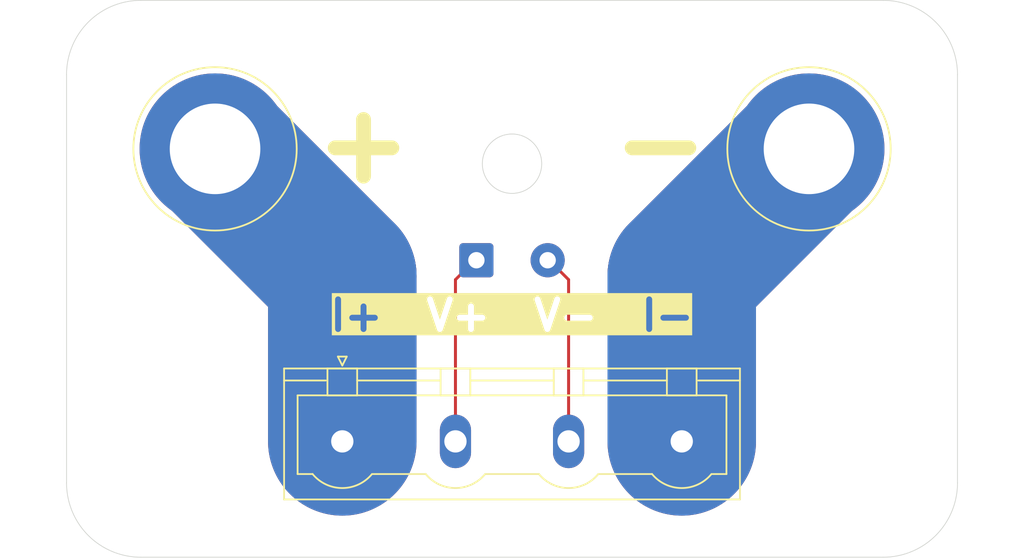
<source format=kicad_pcb>
(kicad_pcb (version 20221018) (generator pcbnew)
  (layers (0 "F.Cu" signal) (31 "B.Cu" signal) (34 "B.Paste" user) (35 "F.Paste" user) (36 "B.SilkS" user "B.Silkscreen") (37 "F.SilkS" user "F.Silkscreen") (38 "B.Mask" user) (39 "F.Mask" user) (44 "Edge.Cuts" user))
  (net 0 "")
  (footprint "Connector:Banana_Jack_1Pin" (layer "F.Cu") (at 100 70)
    (fp_text reference "REF**" hide)
    (fp_text value "Banana_Jack_1Pin")
    (fp_circle (center 0 0) (end 5.5 0) (stroke (width 0.12)) (fill none) (layer "F.SilkS"))
    (pad "1" thru_hole circle (at 0 0) (size 10.16 10.16) (drill 6.1) (layers "*.Cu" "*.Mask"))
  )
  (footprint "Connector_Phoenix_GMSTB:PhoenixContact_GMSTBVA_2,5_4-G-7,62_1x04_P7.62mm_Vertical" (layer "F.Cu") (at 108.57 89.7)
    (fp_text reference "REF**" hide)
    (fp_text value "PhoenixContact_GMSTBVA_2,5_4-G-7,62_1x04_P7.62mm_Vertical")
    (fp_line (start -3.92 -4.91) (end -3.92 3.91) (stroke (width 0.12)) (layer "F.SilkS"))
    (fp_line (start -3.92 -4.1) (end -1.11 -4.1) (stroke (width 0.12)) (layer "F.SilkS"))
    (fp_line (start -3.92 3.91) (end 26.78 3.91) (stroke (width 0.12)) (layer "F.SilkS"))
    (fp_line (start -3.01 -3.1) (end 25.87 -3.1) (stroke (width 0.12)) (layer "F.SilkS"))
    (fp_line (start -3.01 2.2) (end -3.01 -3.1) (stroke (width 0.12)) (layer "F.SilkS"))
    (fp_line (start -2 2.2) (end -3.01 2.2) (stroke (width 0.12)) (layer "F.SilkS"))
    (fp_line (start -1 -4.91) (end 1 -4.91) (stroke (width 0.12)) (layer "F.SilkS"))
    (fp_line (start -1 -3.1) (end -1 -4.91) (stroke (width 0.12)) (layer "F.SilkS"))
    (fp_line (start -0.3 -5.71) (end 0.3 -5.71) (stroke (width 0.12)) (layer "F.SilkS"))
    (fp_line (start 0 -5.11) (end -0.3 -5.71) (stroke (width 0.12)) (layer "F.SilkS"))
    (fp_line (start 0.3 -5.71) (end 0 -5.11) (stroke (width 0.12)) (layer "F.SilkS"))
    (fp_line (start 1 -4.91) (end 1 -3.1) (stroke (width 0.12)) (layer "F.SilkS"))
    (fp_line (start 1 -4.1) (end 6.62 -4.1) (stroke (width 0.12)) (layer "F.SilkS"))
    (fp_line (start 1 -3.1) (end -1 -3.1) (stroke (width 0.12)) (layer "F.SilkS"))
    (fp_line (start 2 2.2) (end 5.62 2.2) (stroke (width 0.12)) (layer "F.SilkS"))
    (fp_line (start 6.62 -4.91) (end 8.62 -4.91) (stroke (width 0.12)) (layer "F.SilkS"))
    (fp_line (start 6.62 -3.1) (end 6.62 -4.91) (stroke (width 0.12)) (layer "F.SilkS"))
    (fp_line (start 8.62 -4.91) (end 8.62 -3.1) (stroke (width 0.12)) (layer "F.SilkS"))
    (fp_line (start 8.62 -4.1) (end 14.24 -4.1) (stroke (width 0.12)) (layer "F.SilkS"))
    (fp_line (start 8.62 -3.1) (end 6.62 -3.1) (stroke (width 0.12)) (layer "F.SilkS"))
    (fp_line (start 9.62 2.2) (end 13.24 2.2) (stroke (width 0.12)) (layer "F.SilkS"))
    (fp_line (start 14.24 -4.91) (end 16.24 -4.91) (stroke (width 0.12)) (layer "F.SilkS"))
    (fp_line (start 14.24 -3.1) (end 14.24 -4.91) (stroke (width 0.12)) (layer "F.SilkS"))
    (fp_line (start 16.24 -4.91) (end 16.24 -3.1) (stroke (width 0.12)) (layer "F.SilkS"))
    (fp_line (start 16.24 -4.1) (end 21.86 -4.1) (stroke (width 0.12)) (layer "F.SilkS"))
    (fp_line (start 16.24 -3.1) (end 14.24 -3.1) (stroke (width 0.12)) (layer "F.SilkS"))
    (fp_line (start 17.24 2.2) (end 20.86 2.2) (stroke (width 0.12)) (layer "F.SilkS"))
    (fp_line (start 21.86 -4.91) (end 23.86 -4.91) (stroke (width 0.12)) (layer "F.SilkS"))
    (fp_line (start 21.86 -3.1) (end 21.86 -4.91) (stroke (width 0.12)) (layer "F.SilkS"))
    (fp_line (start 23.86 -4.91) (end 23.86 -3.1) (stroke (width 0.12)) (layer "F.SilkS"))
    (fp_line (start 23.86 -3.1) (end 21.86 -3.1) (stroke (width 0.12)) (layer "F.SilkS"))
    (fp_line (start 25.87 -3.1) (end 25.87 2.2) (stroke (width 0.12)) (layer "F.SilkS"))
    (fp_line (start 25.87 2.2) (end 24.86 2.2) (stroke (width 0.12)) (layer "F.SilkS"))
    (fp_line (start 26.78 -4.91) (end -3.92 -4.91) (stroke (width 0.12)) (layer "F.SilkS"))
    (fp_line (start 26.78 -4.1) (end 23.97 -4.1) (stroke (width 0.12)) (layer "F.SilkS"))
    (fp_line (start 26.78 3.91) (end 26.78 -4.91) (stroke (width 0.12)) (layer "F.SilkS"))
    (fp_arc (start 1.986842 2.215821) (mid -0.010289 3.142758) (end -2 2.2) (stroke (width 0.12)) (layer "F.SilkS"))
    (fp_arc (start 9.606842 2.215821) (mid 7.609711 3.142758) (end 5.62 2.2) (stroke (width 0.12)) (layer "F.SilkS"))
    (fp_arc (start 17.226842 2.215821) (mid 15.229711 3.142758) (end 13.24 2.2) (stroke (width 0.12)) (layer "F.SilkS"))
    (fp_arc (start 24.846842 2.215821) (mid 22.849711 3.142758) (end 20.86 2.2) (stroke (width 0.12)) (layer "F.SilkS"))
    (pad "1" thru_hole roundrect (at 0 0) (size 2.1 3.6) (drill 1.5 1.4) (layers "*.Cu" "*.Mask") (roundrect_rratio 0.1190480952))
    (pad "2" thru_hole oval (at 7.62 0) (size 2.1 3.6) (drill 1.5 1.4) (layers "*.Cu" "*.Mask"))
    (pad "3" thru_hole oval (at 15.24 0) (size 2.1 3.6) (drill 1.5 1.4) (layers "*.Cu" "*.Mask"))
    (pad "4" thru_hole oval (at 22.86 0) (size 2.1 3.6) (drill 1.5 1.4) (layers "*.Cu" "*.Mask"))
  )
  (footprint "MountingHole:MountingHole_3.2mm_M3" (layer "F.Cu") (at 145 92.5)
    (fp_text reference "REF**" hide)
    (fp_text value "MountingHole_3.2mm_M3")
    (pad "" np_thru_hole circle (at 0 0) (size 3.2 3.2) (drill 3.2) (layers "F&B.Cu" "*.Mask"))
  )
  (footprint "Connector:Banana_Jack_1Pin" (layer "F.Cu") (at 140 70)
    (fp_text reference "REF**" hide)
    (fp_text value "Banana_Jack_1Pin")
    (fp_circle (center 0 0) (end 5.5 0) (stroke (width 0.12)) (fill none) (layer "F.SilkS"))
    (pad "1" thru_hole circle (at 0 0) (size 10.16 10.16) (drill 6.1) (layers "*.Cu" "*.Mask"))
  )
  (footprint "MountingHole:MountingHole_3.2mm_M3" (layer "F.Cu") (at 120 64.5)
    (fp_text reference "REF**" hide)
    (fp_text value "MountingHole_3.2mm_M3")
    (pad "" np_thru_hole circle (at 0 0) (size 3.2 3.2) (drill 3.2) (layers "F&B.Cu" "*.Mask"))
  )
  (footprint "MountingHole:MountingHole_3.2mm_M3" (layer "F.Cu") (at 95 92.5)
    (fp_text reference "REF**" hide)
    (fp_text value "MountingHole_3.2mm_M3")
    (pad "" np_thru_hole circle (at 0 0) (size 3.2 3.2) (drill 3.2) (layers "*.Cu" "*.Mask"))
  )
  (footprint "Connector_Wire:SolderWire-0.5sqmm_1x02_P4.8mm_D0.9mm_OD2.3mm" (layer "F.Cu") (at 117.6 77.5)
    (fp_text reference "REF**" hide)
    (fp_text value "SolderWire-0.5sqmm_1x02_P4.8mm_D0.9mm_OD2.3mm")
    (pad "1" thru_hole roundrect (at 0 0) (size 2.3 2.3) (drill 1.1) (layers "*.Cu" "*.Mask") (roundrect_rratio 0.108696087))
    (pad "2" thru_hole circle (at 4.8 0) (size 2.3 2.3) (drill 1.1) (layers "*.Cu" "*.Mask"))
  )
  (gr_line (start 95 60) (end 145 60) (stroke (width 0.05)) (layer "Edge.Cuts"))
  (gr_arc (start 150 92.5) (mid 148.535534 96.035534) (end 145 97.5) (stroke (width 0.05)) (layer "Edge.Cuts"))
  (gr_arc (start 145 60) (mid 148.535534 61.464466) (end 150 65) (stroke (width 0.05)) (layer "Edge.Cuts"))
  (gr_circle (center 120 71) (end 122 71) (stroke (width 0.05)) (fill none) (layer "Edge.Cuts"))
  (gr_arc (start 90 65) (mid 91.464466 61.464466) (end 95 60) (stroke (width 0.05)) (layer "Edge.Cuts"))
  (gr_line (start 145 97.5) (end 95 97.5) (stroke (width 0.05)) (layer "Edge.Cuts"))
  (gr_line (start 90 92.5) (end 90 65) (stroke (width 0.05)) (layer "Edge.Cuts"))
  (gr_arc (start 95 97.5) (mid 91.464466 96.035534) (end 90 92.5) (stroke (width 0.05)) (layer "Edge.Cuts"))
  (gr_line (start 150 65) (end 150 92.5) (stroke (width 0.05)) (layer "Edge.Cuts"))
  (gr_text "-" (at 130 72.5) (layer "F.SilkS") (effects (font (size 5 5) (thickness 1) bold) (justify bottom)))
  (gr_text "+" (at 110 72.5) (layer "F.SilkS") (effects (font (size 5 5) (thickness 1) bold) (justify bottom)))
  (gr_text "I+  V+  V-  I-" (at 120 82.4) (layer "F.SilkS" knockout) (effects (font (size 2 2) (thickness 0.4) bold) (justify bottom)))
  (segment (start 123.81 89.7) (end 123.81 78.81) (width 0.2) (layer "F.Cu") (net 0))
  (segment (start 116.19 89.7) (end 116.19 78.81) (width 0.2) (layer "F.Cu") (net 0))
  (segment (start 116.19 78.81) (end 117.5 77.5) (width 0.2) (layer "F.Cu") (net 0))
  (segment (start 108.57 89.7) (end 108.57 78.57) (width 10) (layer "F.Cu") (net 0))
  (segment (start 131.43 89.7) (end 131.43 78.57) (width 10) (layer "F.Cu") (net 0))
  (segment (start 108.57 78.57) (end 100 70) (width 10) (layer "F.Cu") (net 0))
  (segment (start 123.81 78.81) (end 122.5 77.5) (width 0.2) (layer "F.Cu") (net 0))
  (segment (start 131.43 78.57) (end 140 70) (width 10) (layer "F.Cu") (net 0))
  (segment (start 131.43 89.7) (end 131.43 78.57) (width 10) (layer "B.Cu") (net 0))
  (segment (start 131.43 78.57) (end 140 70) (width 10) (layer "B.Cu") (net 0))
  (segment (start 108.57 89.7) (end 108.57 78.57) (width 10) (layer "B.Cu") (net 0))
  (segment (start 108.57 78.57) (end 100 70) (width 10) (layer "B.Cu") (net 0))
)
</source>
